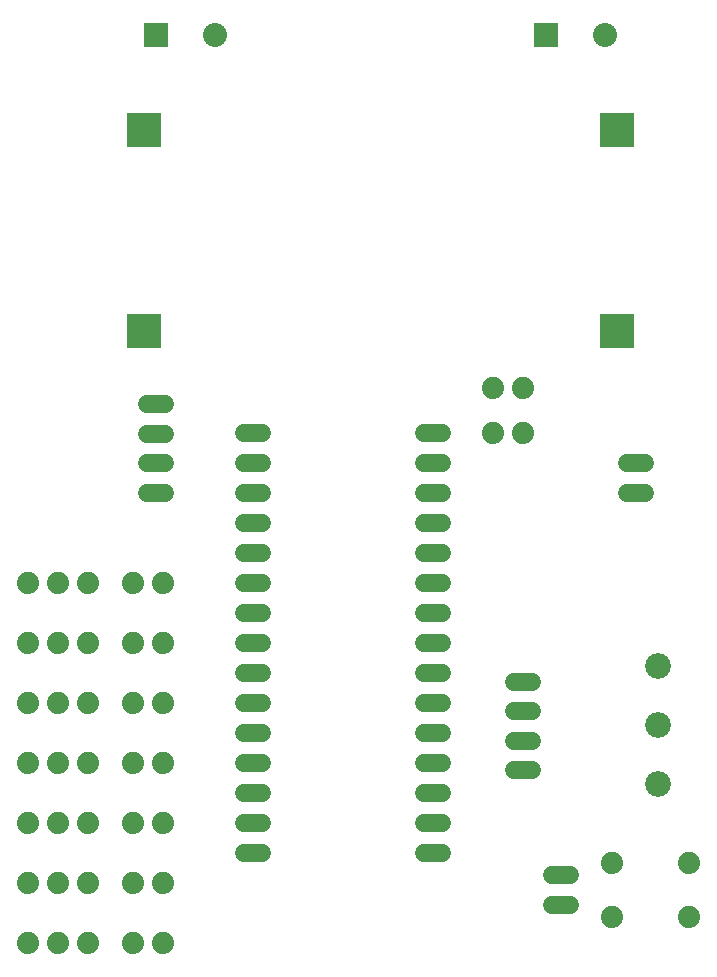
<source format=gbr>
G04 EAGLE Gerber X2 export*
%TF.Part,Single*%
%TF.FileFunction,Copper,L1,Top,Mixed*%
%TF.FilePolarity,Positive*%
%TF.GenerationSoftware,Autodesk,EAGLE,8.6.3*%
%TF.CreationDate,2018-11-13T19:06:48Z*%
G75*
%MOMM*%
%FSLAX34Y34*%
%LPD*%
%AMOC8*
5,1,8,0,0,1.08239X$1,22.5*%
G01*
%ADD10C,1.508000*%
%ADD11C,1.879600*%
%ADD12R,2.032000X2.032000*%
%ADD13C,2.032000*%
%ADD14R,3.000000X3.000000*%
%ADD15C,2.184400*%


D10*
X280590Y323850D02*
X265510Y323850D01*
X417910Y323850D02*
X432990Y323850D01*
X432990Y298450D02*
X417910Y298450D01*
X417910Y273050D02*
X432990Y273050D01*
X432990Y247650D02*
X417910Y247650D01*
X417910Y222250D02*
X432990Y222250D01*
X432990Y196850D02*
X417910Y196850D01*
X417910Y171450D02*
X432990Y171450D01*
X432990Y146050D02*
X417910Y146050D01*
X280590Y146050D02*
X265510Y146050D01*
X265510Y171450D02*
X280590Y171450D01*
X280590Y196850D02*
X265510Y196850D01*
X265510Y222250D02*
X280590Y222250D01*
X280590Y247650D02*
X265510Y247650D01*
X265510Y273050D02*
X280590Y273050D01*
X280590Y298450D02*
X265510Y298450D01*
X265510Y349250D02*
X280590Y349250D01*
X280590Y374650D02*
X265510Y374650D01*
X265510Y400050D02*
X280590Y400050D01*
X280590Y425450D02*
X265510Y425450D01*
X265510Y450850D02*
X280590Y450850D01*
X280590Y476250D02*
X265510Y476250D01*
X265510Y501650D02*
X280590Y501650D01*
X417910Y501650D02*
X432990Y501650D01*
X432990Y476250D02*
X417910Y476250D01*
X417910Y450850D02*
X432990Y450850D01*
X432990Y425450D02*
X417910Y425450D01*
X417910Y400050D02*
X432990Y400050D01*
X432990Y374650D02*
X417910Y374650D01*
X417910Y349250D02*
X432990Y349250D01*
D11*
X476250Y501650D03*
X501650Y501650D03*
D10*
X509190Y215900D02*
X494110Y215900D01*
X494110Y240900D02*
X509190Y240900D01*
X509190Y265900D02*
X494110Y265900D01*
X494110Y290900D02*
X509190Y290900D01*
X198040Y450850D02*
X182960Y450850D01*
X182960Y475850D02*
X198040Y475850D01*
X198040Y500850D02*
X182960Y500850D01*
X182960Y525850D02*
X198040Y525850D01*
D12*
X520700Y838200D03*
D13*
X570700Y838200D03*
D11*
X133350Y374650D03*
X107950Y374650D03*
X82550Y374650D03*
D14*
X581000Y588100D03*
X581000Y758100D03*
X181000Y588100D03*
X181000Y758100D03*
D11*
X171450Y374650D03*
X196850Y374650D03*
X133350Y323850D03*
X107950Y323850D03*
X82550Y323850D03*
X171450Y323850D03*
X196850Y323850D03*
X133350Y273050D03*
X107950Y273050D03*
X82550Y273050D03*
X171450Y273050D03*
X196850Y273050D03*
X133350Y120650D03*
X107950Y120650D03*
X82550Y120650D03*
X171450Y120650D03*
X196850Y120650D03*
X133350Y222250D03*
X107950Y222250D03*
X82550Y222250D03*
X171450Y222250D03*
X196850Y222250D03*
X133350Y171450D03*
X107950Y171450D03*
X82550Y171450D03*
X171450Y171450D03*
X196850Y171450D03*
X133350Y69850D03*
X107950Y69850D03*
X82550Y69850D03*
X171450Y69850D03*
X196850Y69850D03*
D15*
X615950Y204000D03*
X615950Y254000D03*
X615950Y304000D03*
D11*
X642112Y91694D03*
X577088Y91694D03*
X642112Y136906D03*
X577088Y136906D03*
D12*
X190500Y838200D03*
D13*
X240500Y838200D03*
D11*
X501650Y539750D03*
X476250Y539750D03*
D10*
X589360Y450850D02*
X604440Y450850D01*
X604440Y475850D02*
X589360Y475850D01*
X540940Y127000D02*
X525860Y127000D01*
X525860Y102000D02*
X540940Y102000D01*
M02*

</source>
